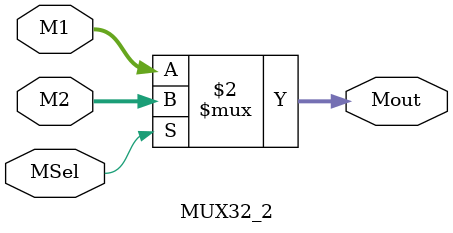
<source format=v>


module MUX32_2(M1,M2,Mout,MSel);
	input [31:0]M1,M2;
	input MSel;
	output [31:0]Mout;
	assign Mout=(MSel==0)?M1:M2;
endmodule

</source>
